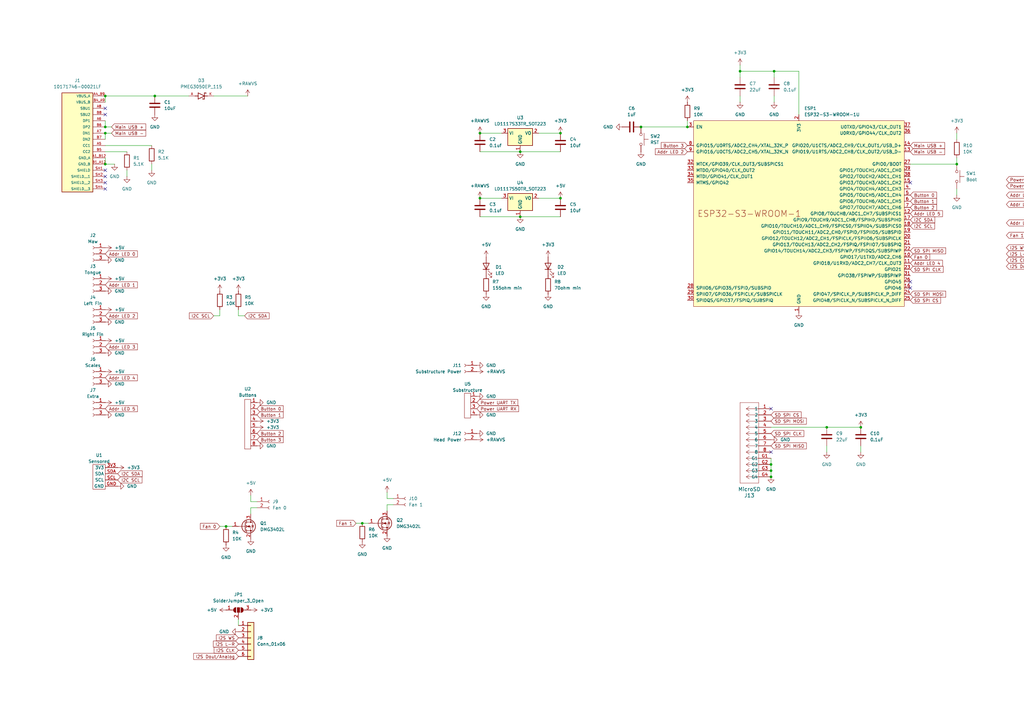
<source format=kicad_sch>
(kicad_sch (version 20250114) (generator "eeschema") (generator_version "9.0")
  (paper "A3")
  (junction (at 229.87 81.28))
  (junction (at 316.23 195.58))
  (junction (at 303.53 29.21))
  (junction (at 43.18 52.07))
  (junction (at 316.23 190.5))
  (junction (at 262.89 52.07))
  (junction (at 316.23 193.04))
  (junction (at 92.71 215.9))
  (junction (at 213.36 62.23))
  (junction (at 196.85 54.61))
  (junction (at 339.09 175.26))
  (junction (at 229.87 54.61))
  (junction (at 392.43 67.31))
  (junction (at 317.5 29.21))
  (junction (at 63.5 39.37))
  (junction (at 353.06 175.26))
  (junction (at 196.85 81.28))
  (junction (at 43.18 54.61))
  (junction (at 43.18 39.37))
  (junction (at 281.94 52.07))
  (junction (at 43.18 67.31))
  (junction (at 148.59 214.63))
  (junction (at 213.36 88.9))
  (no_connect (at 43.18 72.39))
  (no_connect (at 316.23 167.64))
  (no_connect (at 316.23 185.42))
  (no_connect (at 373.38 118.11))
  (no_connect (at 43.18 44.45))
  (no_connect (at 43.18 46.99))
  (no_connect (at 373.38 115.57))
  (no_connect (at 43.18 77.47))
  (no_connect (at 43.18 74.93))
  (no_connect (at 43.18 69.85))
  (no_connect (at 373.38 74.93))
  (wire (pts (xy 62.23 67.31) (xy 62.23 69.85)))
  (wire (pts (xy 97.79 127) (xy 97.79 129.54)))
  (wire (pts (xy 158.75 207.01) (xy 161.29 207.01)))
  (wire (pts (xy 317.5 39.37) (xy 317.5 41.91)))
  (wire (pts (xy 43.18 54.61) (xy 43.18 57.15)))
  (wire (pts (xy 52.07 69.85) (xy 52.07 72.39)))
  (wire (pts (xy 97.79 129.54) (xy 100.33 129.54)))
  (wire (pts (xy 43.18 59.69) (xy 62.23 59.69)))
  (wire (pts (xy 327.66 29.21) (xy 327.66 46.99)))
  (wire (pts (xy 220.98 54.61) (xy 229.87 54.61)))
  (wire (pts (xy 196.85 88.9) (xy 213.36 88.9)))
  (wire (pts (xy 281.94 49.53) (xy 281.94 52.07)))
  (wire (pts (xy 63.5 39.37) (xy 77.47 39.37)))
  (wire (pts (xy 158.75 209.55) (xy 158.75 207.01)))
  (wire (pts (xy 262.89 52.07) (xy 281.94 52.07)))
  (wire (pts (xy 220.98 81.28) (xy 229.87 81.28)))
  (wire (pts (xy 43.18 41.91) (xy 43.18 39.37)))
  (wire (pts (xy 303.53 29.21) (xy 317.5 29.21)))
  (wire (pts (xy 43.18 62.23) (xy 52.07 62.23)))
  (wire (pts (xy 316.23 190.5) (xy 316.23 193.04)))
  (wire (pts (xy 303.53 26.67) (xy 303.53 29.21)))
  (wire (pts (xy 373.38 67.31) (xy 392.43 67.31)))
  (wire (pts (xy 87.63 129.54) (xy 90.17 129.54)))
  (wire (pts (xy 339.09 182.88) (xy 339.09 185.42)))
  (wire (pts (xy 92.71 215.9) (xy 95.25 215.9)))
  (wire (pts (xy 102.87 205.74) (xy 105.41 205.74)))
  (wire (pts (xy 316.23 175.26) (xy 339.09 175.26)))
  (wire (pts (xy 102.87 210.82) (xy 102.87 208.28)))
  (wire (pts (xy 43.18 39.37) (xy 63.5 39.37)))
  (wire (pts (xy 45.72 54.61) (xy 43.18 54.61)))
  (wire (pts (xy 316.23 193.04) (xy 316.23 195.58)))
  (wire (pts (xy 90.17 215.9) (xy 92.71 215.9)))
  (wire (pts (xy 146.05 214.63) (xy 148.59 214.63)))
  (wire (pts (xy 46.99 67.31) (xy 43.18 67.31)))
  (wire (pts (xy 317.5 29.21) (xy 317.5 31.75)))
  (wire (pts (xy 196.85 62.23) (xy 213.36 62.23)))
  (wire (pts (xy 303.53 29.21) (xy 303.53 31.75)))
  (wire (pts (xy 353.06 182.88) (xy 353.06 185.42)))
  (wire (pts (xy 43.18 67.31) (xy 43.18 64.77)))
  (wire (pts (xy 90.17 129.54) (xy 90.17 127)))
  (wire (pts (xy 392.43 54.61) (xy 392.43 57.15)))
  (wire (pts (xy 102.87 208.28) (xy 105.41 208.28)))
  (wire (pts (xy 392.43 64.77) (xy 392.43 67.31)))
  (wire (pts (xy 213.36 62.23) (xy 229.87 62.23)))
  (wire (pts (xy 102.87 203.2) (xy 102.87 205.74)))
  (wire (pts (xy 158.75 204.47) (xy 161.29 204.47)))
  (wire (pts (xy 148.59 214.63) (xy 151.13 214.63)))
  (wire (pts (xy 339.09 175.26) (xy 353.06 175.26)))
  (wire (pts (xy 196.85 81.28) (xy 205.74 81.28)))
  (wire (pts (xy 316.23 187.96) (xy 316.23 190.5)))
  (wire (pts (xy 317.5 29.21) (xy 327.66 29.21)))
  (wire (pts (xy 97.79 254) (xy 97.79 256.54)))
  (wire (pts (xy 303.53 39.37) (xy 303.53 41.91)))
  (wire (pts (xy 45.72 52.07) (xy 43.18 52.07)))
  (wire (pts (xy 158.75 201.93) (xy 158.75 204.47)))
  (wire (pts (xy 213.36 88.9) (xy 229.87 88.9)))
  (wire (pts (xy 196.85 54.61) (xy 205.74 54.61)))
  (wire (pts (xy 43.18 49.53) (xy 43.18 52.07)))
  (wire (pts (xy 392.43 80.01) (xy 392.43 77.47)))
  (wire (pts (xy 101.6 39.37) (xy 87.63 39.37)))
  (global_label "Power UART RX" (shape input) (at 412.75 76.2 0) (property "Intersheetrefs" "${INTERSHEET_REFS}" (effects (hide yes))))
  (global_label "Button 1" (shape input) (at 105.41 170.18 0) (property "Intersheetrefs" "${INTERSHEET_REFS}" (effects (hide yes))))
  (global_label "I2S L-R" (shape input) (at 97.79 264.16 180) (property "Intersheetrefs" "${INTERSHEET_REFS}" (effects (hide yes))))
  (global_label "Addr LED 3" (shape input) (at 43.18 142.24 0) (property "Intersheetrefs" "${INTERSHEET_REFS}" (effects (hide yes))))
  (global_label "SD SPI CLK" (shape input) (at 373.38 110.49 0) (property "Intersheetrefs" "${INTERSHEET_REFS}" (effects (hide yes))))
  (global_label "I2C SDA" (shape input) (at 100.33 129.54 0) (property "Intersheetrefs" "${INTERSHEET_REFS}" (effects (hide yes))))
  (global_label "SD SPI MOSI" (shape input) (at 316.23 172.72 0) (property "Intersheetrefs" "${INTERSHEET_REFS}" (effects (hide yes))))
  (global_label "Button 0" (shape input) (at 373.38 80.01 0) (property "Intersheetrefs" "${INTERSHEET_REFS}" (effects (hide yes))))
  (global_label "Addr LED 0" (shape input) (at 412.75 80.01 0) (property "Intersheetrefs" "${INTERSHEET_REFS}" (effects (hide yes))))
  (global_label "SD SPI CLK" (shape input) (at 316.23 177.8 0) (property "Intersheetrefs" "${INTERSHEET_REFS}" (effects (hide yes))))
  (global_label "I2S L-R" (shape input) (at 412.75 104.14 0) (property "Intersheetrefs" "${INTERSHEET_REFS}" (effects (hide yes))))
  (global_label "Addr LED 5" (shape input) (at 43.18 167.64 0) (property "Intersheetrefs" "${INTERSHEET_REFS}" (effects (hide yes))))
  (global_label "I2S Dout{slash}Analog" (shape input) (at 412.75 109.22 0) (property "Intersheetrefs" "${INTERSHEET_REFS}" (effects (hide yes))))
  (global_label "Addr LED 3" (shape input) (at 412.75 91.44 0) (property "Intersheetrefs" "${INTERSHEET_REFS}" (effects (hide yes))))
  (global_label "SD SPI MISO" (shape input) (at 316.23 182.88 0) (property "Intersheetrefs" "${INTERSHEET_REFS}" (effects (hide yes))))
  (global_label "Button 0" (shape input) (at 105.41 167.64 0) (property "Intersheetrefs" "${INTERSHEET_REFS}" (effects (hide yes))))
  (global_label "Button 2" (shape input) (at 373.38 85.09 0) (property "Intersheetrefs" "${INTERSHEET_REFS}" (effects (hide yes))))
  (global_label "SD SPI CS" (shape input) (at 316.23 170.18 0) (property "Intersheetrefs" "${INTERSHEET_REFS}" (effects (hide yes))))
  (global_label "I2C SDA" (shape input) (at 48.26 194.31 0) (property "Intersheetrefs" "${INTERSHEET_REFS}" (effects (hide yes))))
  (global_label "Power UART TX" (shape input) (at 195.58 165.1 0) (property "Intersheetrefs" "${INTERSHEET_REFS}" (effects (hide yes))))
  (global_label "Addr LED 4" (shape input) (at 43.18 154.94 0) (property "Intersheetrefs" "${INTERSHEET_REFS}" (effects (hide yes))))
  (global_label "Button 3" (shape input) (at 105.41 180.34 0) (property "Intersheetrefs" "${INTERSHEET_REFS}" (effects (hide yes))))
  (global_label "I2C SCL" (shape input) (at 373.38 92.71 0) (property "Intersheetrefs" "${INTERSHEET_REFS}" (effects (hide yes))))
  (global_label "Addr LED 4" (shape input) (at 373.38 107.95 0) (property "Intersheetrefs" "${INTERSHEET_REFS}" (effects (hide yes))))
  (global_label "I2C SCL" (shape input) (at 87.63 129.54 180) (property "Intersheetrefs" "${INTERSHEET_REFS}" (effects (hide yes))))
  (global_label "Fan 0" (shape input) (at 90.17 215.9 180) (property "Intersheetrefs" "${INTERSHEET_REFS}" (effects (hide yes))))
  (global_label "I2S CLK" (shape input) (at 412.75 106.68 0) (property "Intersheetrefs" "${INTERSHEET_REFS}" (effects (hide yes))))
  (global_label "Main USB -" (shape input) (at 45.72 54.61 0) (property "Intersheetrefs" "${INTERSHEET_REFS}" (effects (hide yes))))
  (global_label "SD SPI MISO" (shape input) (at 373.38 102.87 0) (property "Intersheetrefs" "${INTERSHEET_REFS}" (effects (hide yes))))
  (global_label "Fan 1" (shape input) (at 146.05 214.63 180) (property "Intersheetrefs" "${INTERSHEET_REFS}" (effects (hide yes))))
  (global_label "Fan 1" (shape input) (at 412.75 96.52 0) (property "Intersheetrefs" "${INTERSHEET_REFS}" (effects (hide yes))))
  (global_label "I2S WS" (shape input) (at 412.75 101.6 0) (property "Intersheetrefs" "${INTERSHEET_REFS}" (effects (hide yes))))
  (global_label "Addr LED 2" (shape input) (at 281.94 62.23 180) (property "Intersheetrefs" "${INTERSHEET_REFS}" (effects (hide yes))))
  (global_label "Addr LED 2" (shape input) (at 43.18 129.54 0) (property "Intersheetrefs" "${INTERSHEET_REFS}" (effects (hide yes))))
  (global_label "Main USB -" (shape input) (at 373.38 62.23 0) (property "Intersheetrefs" "${INTERSHEET_REFS}" (effects (hide yes))))
  (global_label "SD SPI CS" (shape input) (at 373.38 123.19 0) (property "Intersheetrefs" "${INTERSHEET_REFS}" (effects (hide yes))))
  (global_label "Addr LED 1" (shape input) (at 43.18 116.84 0) (property "Intersheetrefs" "${INTERSHEET_REFS}" (effects (hide yes))))
  (global_label "Button 2" (shape input) (at 105.41 177.8 0) (property "Intersheetrefs" "${INTERSHEET_REFS}" (effects (hide yes))))
  (global_label "Main USB +" (shape input) (at 45.72 52.07 0) (property "Intersheetrefs" "${INTERSHEET_REFS}" (effects (hide yes))))
  (global_label "Addr LED 1" (shape input) (at 412.75 83.82 0) (property "Intersheetrefs" "${INTERSHEET_REFS}" (effects (hide yes))))
  (global_label "Fan 0" (shape input) (at 373.38 105.41 0) (property "Intersheetrefs" "${INTERSHEET_REFS}" (effects (hide yes))))
  (global_label "I2C SDA" (shape input) (at 373.38 90.17 0) (property "Intersheetrefs" "${INTERSHEET_REFS}" (effects (hide yes))))
  (global_label "I2S CLK" (shape input) (at 97.79 266.7 180) (property "Intersheetrefs" "${INTERSHEET_REFS}" (effects (hide yes))))
  (global_label "Power UART RX" (shape input) (at 195.58 167.64 0) (property "Intersheetrefs" "${INTERSHEET_REFS}" (effects (hide yes))))
  (global_label "I2S WS" (shape input) (at 97.79 261.62 180) (property "Intersheetrefs" "${INTERSHEET_REFS}" (effects (hide yes))))
  (global_label "Button 1" (shape input) (at 373.38 82.55 0) (property "Intersheetrefs" "${INTERSHEET_REFS}" (effects (hide yes))))
  (global_label "SD SPI MOSI" (shape input) (at 373.38 120.65 0) (property "Intersheetrefs" "${INTERSHEET_REFS}" (effects (hide yes))))
  (global_label "Addr LED 0" (shape input) (at 43.18 104.14 0) (property "Intersheetrefs" "${INTERSHEET_REFS}" (effects (hide yes))))
  (global_label "Power UART TX" (shape input) (at 412.75 73.66 0) (property "Intersheetrefs" "${INTERSHEET_REFS}" (effects (hide yes))))
  (global_label "Button 3" (shape input) (at 281.94 59.69 180) (property "Intersheetrefs" "${INTERSHEET_REFS}" (effects (hide yes))))
  (global_label "Addr LED 5" (shape input) (at 373.38 87.63 0) (property "Intersheetrefs" "${INTERSHEET_REFS}" (effects (hide yes))))
  (global_label "I2C SCL" (shape input) (at 48.26 196.85 0) (property "Intersheetrefs" "${INTERSHEET_REFS}" (effects (hide yes))))
  (global_label "Main USB +" (shape input) (at 373.38 59.69 0) (property "Intersheetrefs" "${INTERSHEET_REFS}" (effects (hide yes))))
  (global_label "I2S Dout{slash}Analog" (shape input) (at 97.79 269.24 180) (property "Intersheetrefs" "${INTERSHEET_REFS}" (effects (hide yes))))
  (symbol (lib_id "Connector:Conn_01x02_Socket") (at 190.5 149.86 0) (mirror y) (unit 1)
    (property "Reference" "J11" (at 189.23 149.8599 0) (effects (justify left)))
    (property "Value" "Substructure Power" (at 189.23 152.3999 0) (effects (justify left)))
    (property "Footprint" "Connector_AMASS:AMASS_XT30PW-M_1x02_P2.50mm_Horizontal" (effects (hide yes)))
    (property "Description" "Generic connector, single row, 01x02, script generated" (effects (hide yes)))
  )
  (symbol (lib_id "Device:C") (at 339.09 179.07 0) (unit 1)
    (property "Reference" "C9" (at 342.9 177.7999 0) (effects (justify left)))
    (property "Value" "22uF" (at 342.9 180.3399 0) (effects (justify left)))
    (property "Footprint" "Capacitor_SMD:C_0603_1608Metric_Pad1.08x0.95mm_HandSolder" (effects (hide yes)))
    (property "Description" "Unpolarized capacitor" (effects (hide yes)))
  )
  (symbol (lib_id "power:GND") (at 327.66 128.27 0) (unit 1)
    (property "Reference" "#PWR071" (effects (hide yes)))
    (property "Value" "GND" (at 327.66 133.35 0))
    (property "Description" "Power symbol creates a global label with name \"GND\" , ground" (effects (hide yes)))
  )
  (symbol (lib_id "power:+3V3") (at 353.06 175.26 0) (unit 1)
    (property "Reference" "#PWR073" (effects (hide yes)))
    (property "Value" "+3V3" (at 353.06 170.18 0))
    (property "Description" "Power symbol creates a global label with name \"+3V3\"" (effects (hide yes)))
  )
  (symbol (lib_id "Device:R") (at 224.79 116.84 0) (unit 1)
    (property "Reference" "R8" (at 227.33 115.5699 0) (effects (justify left)))
    (property "Value" "70ohm min" (at 227.33 118.1099 0) (effects (justify left)))
    (property "Footprint" "Capacitor_SMD:C_0603_1608Metric_Pad1.08x0.95mm_HandSolder" (effects (hide yes)))
    (property "Description" "Resistor" (effects (hide yes)))
  )
  (symbol (lib_id "power:+5V") (at 102.87 203.2 0) (unit 1)
    (property "Reference" "#PWR025" (effects (hide yes)))
    (property "Value" "+5V" (at 102.87 198.12 0))
    (property "Description" "Power symbol creates a global label with name \"+5V\"" (effects (hide yes)))
  )
  (symbol (lib_id "power:+5V") (at 229.87 81.28 0) (unit 1)
    (property "Reference" "#PWR062" (effects (hide yes)))
    (property "Value" "+5V" (at 229.87 76.2 0))
    (property "Description" "Power symbol creates a global label with name \"+5V\"" (effects (hide yes)))
  )
  (symbol (lib_id "power:GND") (at 195.58 162.56 90) (unit 1)
    (property "Reference" "#PWR037" (effects (hide yes)))
    (property "Value" "GND" (at 199.39 162.5599 90) (effects (justify right)))
    (property "Description" "Power symbol creates a global label with name \"GND\" , ground" (effects (hide yes)))
  )
  (symbol (lib_id "power:GND") (at 63.5 46.99 0) (unit 1)
    (property "Reference" "#PWR019" (effects (hide yes)))
    (property "Value" "GND" (at 63.5 52.07 0))
    (property "Description" "Power symbol creates a global label with name \"GND\" , ground" (effects (hide yes)))
  )
  (symbol (lib_id "USBC_10171746_00021LF:10171746-00021LF") (at 31.75 50.8 0) (unit 1)
    (property "Reference" "J1" (at 31.75 33.02 0))
    (property "Value" "10171746-00021LF" (at 31.75 35.56 0))
    (property "Footprint" "USBC:AMPHENOL_10171746-00021LF" (effects (hide yes)))
    (property "PARTREV" "A" (effects (hide yes)))
    (property "STANDARD" "Manufacturer Recommendations" (effects (hide yes)))
    (property "MAXIMUM_PACKAGE_HEIGHT" "3.16 mm" (effects (hide yes)))
    (property "MANUFACTURER" "Amphenol" (effects (hide yes)))
  )
  (symbol (lib_id "Connector:Conn_01x03_Socket") (at 38.1 129.54 0) (mirror y) (unit 1)
    (property "Reference" "J4" (at 38.1 121.92 0))
    (property "Value" "Left Fin" (at 38.1 124.46 0))
    (property "Footprint" "Connector_JST:JST_GH_SM03B-GHS-TB_1x03-1MP_P1.25mm_Horizontal" (effects (hide yes)))
    (property "Description" "Generic connector, single row, 01x03, script generated" (effects (hide yes)))
  )
  (symbol (lib_id "power:GND") (at 316.23 180.34 90) (unit 1)
    (property "Reference" "#PWR068" (effects (hide yes)))
    (property "Value" "GND" (at 320.04 180.3399 90) (effects (justify right)))
    (property "Description" "Power symbol creates a global label with name \"GND\" , ground" (effects (hide yes)))
  )
  (symbol (lib_id "Device:C") (at 196.85 58.42 0) (unit 1)
    (property "Reference" "C2" (at 200.66 57.1499 0) (effects (justify left)))
    (property "Value" "0.1uf" (at 200.66 59.6899 0) (effects (justify left)))
    (property "Footprint" "Capacitor_SMD:C_0603_1608Metric_Pad1.08x0.95mm_HandSolder" (effects (hide yes)))
    (property "Description" "Unpolarized capacitor" (effects (hide yes)))
  )
  (symbol (lib_id "Regulator_Linear:LD1117S50TR_SOT223") (at 213.36 81.28 0) (unit 1)
    (property "Reference" "U4" (at 213.36 74.93 0))
    (property "Value" "LD1117S50TR_SOT223" (at 213.36 77.47 0))
    (property "Footprint" "Package_TO_SOT_SMD:SOT-223-3_TabPin2" (effects (hide yes)))
    (property "Datasheet" "http://www.st.com/st-web-ui/static/active/en/resource/technical/document/datasheet/CD00000544.pdf" (effects (hide yes)))
    (property "Description" "800mA Fixed Low Drop Positive Voltage Regulator, Fixed Output 5.0V, SOT-223" (effects (hide yes)))
  )
  (symbol (lib_id "power:GND") (at 48.26 199.39 90) (unit 1)
    (property "Reference" "#PWR015" (effects (hide yes)))
    (property "Value" "GND" (at 52.07 199.3899 90) (effects (justify right)))
    (property "Description" "Power symbol creates a global label with name \"GND\" , ground" (effects (hide yes)))
  )
  (symbol (lib_id "power:+5V") (at 43.18 152.4 270) (unit 1)
    (property "Reference" "#PWR09" (effects (hide yes)))
    (property "Value" "+5V" (at 46.99 152.3999 90) (effects (justify left)))
    (property "Description" "Power symbol creates a global label with name \"+5V\"" (effects (hide yes)))
  )
  (symbol (lib_id "Device:C") (at 63.5 43.18 0) (unit 1)
    (property "Reference" "C1" (at 67.31 41.9099 0) (effects (justify left)))
    (property "Value" "10uF" (at 67.31 44.4499 0) (effects (justify left)))
    (property "Footprint" "Capacitor_SMD:C_0603_1608Metric" (effects (hide yes)))
    (property "Description" "Unpolarized capacitor" (effects (hide yes)))
  )
  (symbol (lib_id "Switch:SW_Push") (at 392.43 72.39 270) (unit 1)
    (property "Reference" "SW1" (at 396.24 71.1199 90) (effects (justify left)))
    (property "Value" "Boot" (at 396.24 73.6599 90) (effects (justify left)))
    (property "Footprint" "Buttons:R-667843" (effects (hide yes)))
    (property "Description" "Push button switch, generic, two pins" (effects (hide yes)))
  )
  (symbol (lib_id "power:+3V3") (at 392.43 54.61 0) (unit 1)
    (property "Reference" "#PWR075" (effects (hide yes)))
    (property "Value" "+3V3" (at 392.43 49.53 0))
    (property "Description" "Power symbol creates a global label with name \"+3V3\"" (effects (hide yes)))
  )
  (symbol (lib_id "power:+5VP") (at 196.85 81.28 0) (unit 1)
    (property "Reference" "#PWR043" (effects (hide yes)))
    (property "Value" "+RAWVS" (at 196.85 76.2 0))
    (property "Description" "Power symbol creates a global label with name \"+5VP\"" (effects (hide yes)))
  )
  (symbol (lib_id "Device:R") (at 281.94 45.72 0) (unit 1)
    (property "Reference" "R9" (at 284.48 44.4499 0) (effects (justify left)))
    (property "Value" "10K" (at 284.48 46.9899 0) (effects (justify left)))
    (property "Footprint" "Resistor_SMD:R_0603_1608Metric" (effects (hide yes)))
    (property "Description" "Resistor" (effects (hide yes)))
  )
  (symbol (lib_id "power:+5V") (at 199.39 105.41 0) (unit 1)
    (property "Reference" "#PWR047" (effects (hide yes)))
    (property "Value" "+5V" (at 199.39 100.33 0))
    (property "Description" "Power symbol creates a global label with name \"+5V\"" (effects (hide yes)))
  )
  (symbol (lib_id "power:GND") (at 43.18 144.78 90) (unit 1)
    (property "Reference" "#PWR08" (effects (hide yes)))
    (property "Value" "GND" (at 46.99 144.7799 90) (effects (justify right)))
    (property "Description" "Power symbol creates a global label with name \"GND\" , ground" (effects (hide yes)))
  )
  (symbol (lib_id "Connector:Conn_01x03_Socket") (at 38.1 104.14 0) (mirror y) (unit 1)
    (property "Reference" "J2" (at 38.1 96.52 0))
    (property "Value" "Maw" (at 38.1 99.06 0))
    (property "Footprint" "Connector_JST:JST_GH_SM03B-GHS-TB_1x03-1MP_P1.25mm_Horizontal" (effects (hide yes)))
    (property "Description" "Generic connector, single row, 01x03, script generated" (effects (hide yes)))
  )
  (symbol (lib_id "Device:R") (at 62.23 63.5 0) (unit 1)
    (property "Reference" "R2" (at 64.77 62.2299 0) (effects (justify left)))
    (property "Value" "5.1K" (at 64.77 64.7699 0) (effects (justify left)))
    (property "Footprint" "Resistor_SMD:R_0603_1608Metric" (effects (hide yes)))
    (property "Description" "Resistor" (effects (hide yes)))
  )
  (symbol (lib_id "power:+5V") (at 43.18 139.7 270) (unit 1)
    (property "Reference" "#PWR07" (effects (hide yes)))
    (property "Value" "+5V" (at 46.99 139.6999 90) (effects (justify left)))
    (property "Description" "Power symbol creates a global label with name \"+5V\"" (effects (hide yes)))
  )
  (symbol (lib_id "PCM_Espressif:ESP32-S3-WROOM-1") (at 327.66 87.63 0) (unit 1)
    (property "Reference" "ESP1" (at 329.8541 44.45 0) (effects (justify left)))
    (property "Value" "ESP32-S3-WROOM-1U" (at 329.8541 46.99 0) (effects (justify left)))
    (property "Footprint" "RF_Module:ESP32-S3-WROOM-1U" (effects (hide yes)))
    (property "Datasheet" "https://www.espressif.com/sites/default/files/documentation/esp32-s3-wroom-1_wroom-1u_datasheet_en.pdf" (effects (hide yes)))
    (property "Description" "2.4 GHz WiFi (802.11 b/g/n) and Bluetooth ® 5 (LE) module Built around ESP32S3 series of SoCs, Xtensa ® dualcore 32bit LX7 microprocessor Flash up to 16 MB, PSRAM up to 8 MB 36 GPIOs, rich set of peripherals Onboard PCB antenna" (effects (hide yes)))
  )
  (symbol (lib_id "power:+3V3") (at 102.87 250.19 270) (unit 1)
    (property "Reference" "#PWR027" (effects (hide yes)))
    (property "Value" "+3V3" (at 106.68 250.1899 90) (effects (justify left)))
    (property "Description" "Power symbol creates a global label with name \"+3V3\"" (effects (hide yes)))
  )
  (symbol (lib_id "power:GND") (at 392.43 80.01 0) (unit 1)
    (property "Reference" "#PWR076" (effects (hide yes)))
    (property "Value" "GND" (at 392.43 85.09 0))
    (property "Description" "Power symbol creates a global label with name \"GND\" , ground" (effects (hide yes)))
  )
  (symbol (lib_id "MicroSD_473092651:473092651") (at 316.23 167.64 0) (mirror y) (unit 1)
    (property "Reference" "J13" (at 307.34 203.2 0) (effects (font (size 1.524 1.524))))
    (property "Value" "MicroSD" (at 307.34 200.66 0) (effects (font (size 1.524 1.524))))
    (property "Footprint" "Micro SD:MicroSD_473092651" (effects (hide yes)))
    (property "Datasheet" "473092651" (effects (hide yes)))
  )
  (symbol (lib_id "power:GND") (at 224.79 120.65 0) (unit 1)
    (property "Reference" "#PWR060" (effects (hide yes)))
    (property "Value" "GND" (at 224.79 125.73 0))
    (property "Description" "Power symbol creates a global label with name \"GND\" , ground" (effects (hide yes)))
  )
  (symbol (lib_id "Connector:Conn_01x03_Socket") (at 38.1 142.24 0) (mirror y) (unit 1)
    (property "Reference" "J5" (at 38.1 134.62 0))
    (property "Value" "Right Fin" (at 38.1 137.16 0))
    (property "Footprint" "Connector_JST:JST_GH_SM03B-GHS-TB_1x03-1MP_P1.25mm_Horizontal" (effects (hide yes)))
    (property "Description" "Generic connector, single row, 01x03, script generated" (effects (hide yes)))
  )
  (symbol (lib_id "power:GND") (at 102.87 220.98 0) (unit 1)
    (property "Reference" "#PWR026" (effects (hide yes)))
    (property "Value" "GND" (at 102.87 226.06 0))
    (property "Description" "Power symbol creates a global label with name \"GND\" , ground" (effects (hide yes)))
  )
  (symbol (lib_id "Device:LED") (at 199.39 109.22 90) (unit 1)
    (property "Reference" "D1" (at 203.2 109.5374 90) (effects (justify right)))
    (property "Value" "LED" (at 203.2 112.0774 90) (effects (justify right)))
    (property "Footprint" "Diode_SMD:D_0603_1608Metric_Pad1.05x0.95mm_HandSolder" (effects (hide yes)))
    (property "Description" "Light emitting diode" (effects (hide yes)))
  )
  (symbol (lib_id "power:GND") (at 43.18 132.08 90) (unit 1)
    (property "Reference" "#PWR06" (effects (hide yes)))
    (property "Value" "GND" (at 46.99 132.0799 90) (effects (justify right)))
    (property "Description" "Power symbol creates a global label with name \"GND\" , ground" (effects (hide yes)))
  )
  (symbol (lib_id "power:GND") (at 195.58 170.18 90) (unit 1)
    (property "Reference" "#PWR055" (effects (hide yes)))
    (property "Value" "GND" (at 199.39 170.1799 90) (effects (justify right)))
    (property "Description" "Power symbol creates a global label with name \"GND\" , ground" (effects (hide yes)))
  )
  (symbol (lib_id "power:GND") (at 62.23 69.85 0) (unit 1)
    (property "Reference" "#PWR017" (effects (hide yes)))
    (property "Value" "GND" (at 62.23 74.93 0))
    (property "Description" "Power symbol creates a global label with name \"GND\" , ground" (effects (hide yes)))
  )
  (symbol (lib_id "power:GND") (at 262.89 62.23 0) (unit 1)
    (property "Reference" "#PWR064" (effects (hide yes)))
    (property "Value" "GND" (at 262.89 67.31 0))
    (property "Description" "Power symbol creates a global label with name \"GND\" , ground" (effects (hide yes)))
  )
  (symbol (lib_id "Device:R") (at 97.79 123.19 0) (unit 1)
    (property "Reference" "R5" (at 100.33 121.9199 0) (effects (justify left)))
    (property "Value" "10K" (at 100.33 124.4599 0) (effects (justify left)))
    (property "Footprint" "Resistor_SMD:R_0603_1608Metric_Pad0.98x0.95mm_HandSolder" (effects (hide yes)))
    (property "Description" "Resistor" (effects (hide yes)))
  )
  (symbol (lib_id "Device:C") (at 196.85 85.09 0) (unit 1)
    (property "Reference" "C3" (at 200.66 83.8199 0) (effects (justify left)))
    (property "Value" "0.1uf" (at 200.66 86.3599 0) (effects (justify left)))
    (property "Footprint" "Capacitor_SMD:C_0603_1608Metric_Pad1.08x0.95mm_HandSolder" (effects (hide yes)))
    (property "Description" "Unpolarized capacitor" (effects (hide yes)))
  )
  (symbol (lib_id "power:+3V3") (at 105.41 172.72 270) (unit 1)
    (property "Reference" "#PWR029" (effects (hide yes)))
    (property "Value" "+3V3" (at 109.22 172.7199 90) (effects (justify left)))
    (property "Description" "Power symbol creates a global label with name \"+3V3\"" (effects (hide yes)))
  )
  (symbol (lib_id "Device:C") (at 303.53 35.56 0) (unit 1)
    (property "Reference" "C7" (at 307.34 34.2899 0) (effects (justify left)))
    (property "Value" "22uF" (at 307.34 36.8299 0) (effects (justify left)))
    (property "Footprint" "Capacitor_SMD:C_0603_1608Metric_Pad1.08x0.95mm_HandSolder" (effects (hide yes)))
    (property "Description" "Unpolarized capacitor" (effects (hide yes)))
  )
  (symbol (lib_id "power:GND") (at 148.59 222.25 0) (unit 1)
    (property "Reference" "#PWR032" (effects (hide yes)))
    (property "Value" "GND" (at 148.59 227.33 0))
    (property "Description" "Power symbol creates a global label with name \"GND\" , ground" (effects (hide yes)))
  )
  (symbol (lib_id "FFC:FFC-8") (at 101.6 173.99 0) (unit 1)
    (property "Reference" "U2" (at 101.6 159.512 0))
    (property "Value" "Buttons" (at 101.6 162.052 0))
    (property "Footprint" "FCC:FFC 0.8mm 8P" (effects (hide yes)))
  )
  (symbol (lib_id "power:+3V3") (at 224.79 105.41 0) (unit 1)
    (property "Reference" "#PWR059" (effects (hide yes)))
    (property "Value" "+3V3" (at 224.79 100.33 0))
    (property "Description" "Power symbol creates a global label with name \"+3V3\"" (effects (hide yes)))
  )
  (symbol (lib_id "Device:R") (at 92.71 219.71 0) (unit 1)
    (property "Reference" "R4" (at 95.25 218.4399 0) (effects (justify left)))
    (property "Value" "10K" (at 95.25 220.9799 0) (effects (justify left)))
    (property "Footprint" "Resistor_SMD:R_0603_1608Metric_Pad0.98x0.95mm_HandSolder" (effects (hide yes)))
    (property "Description" "Resistor" (effects (hide yes)))
    (property "LCSC" "C98220" (effects (hide yes)))
  )
  (symbol (lib_id "power:+5V") (at 43.18 101.6 270) (unit 1)
    (property "Reference" "#PWR01" (effects (hide yes)))
    (property "Value" "+5V" (at 46.99 101.5999 90) (effects (justify left)))
    (property "Description" "Power symbol creates a global label with name \"+5V\"" (effects (hide yes)))
  )
  (symbol (lib_id "Jumper:SolderJumper_3_Open") (at 97.79 250.19 0) (unit 1) (in_bom no)
    (property "Reference" "JP1" (at 97.79 243.84 0))
    (property "Value" "SolderJumper_3_Open" (at 97.79 246.38 0))
    (property "Footprint" "Jumper:SolderJumper-3_P1.3mm_Open_RoundedPad1.0x1.5mm" (effects (hide yes)))
    (property "Description" "Solder Jumper, 3-pole, open" (effects (hide yes)))
  )
  (symbol (lib_id "Transistor_FET:DMG3402L") (at 100.33 215.9 0) (unit 1)
    (property "Reference" "Q1" (at 106.68 214.6299 0) (effects (justify left)))
    (property "Value" "DMG3402L" (at 106.68 217.1699 0) (effects (justify left)))
    (property "Footprint" "Package_TO_SOT_SMD:SOT-23" (effects (hide yes)))
    (property "Datasheet" "http://www.diodes.com/assets/Datasheets/DMG3402L.pdf" (effects (hide yes)))
    (property "Description" "4A Id, 30V Vds, N-Channel MOSFET, SOT-23" (effects (hide yes)))
    (property "LCSC" "C96614" (effects (hide yes)))
  )
  (symbol (lib_id "Device:C") (at 317.5 35.56 0) (unit 1)
    (property "Reference" "C8" (at 321.31 34.2899 0) (effects (justify left)))
    (property "Value" "0.1uF" (at 321.31 36.8299 0) (effects (justify left)))
    (property "Footprint" "Capacitor_SMD:C_0603_1608Metric_Pad1.08x0.95mm_HandSolder" (effects (hide yes)))
    (property "Description" "Unpolarized capacitor" (effects (hide yes)))
  )
  (symbol (lib_id "Device:R") (at 52.07 66.04 0) (unit 1)
    (property "Reference" "R1" (at 54.61 64.7699 0) (effects (justify left)))
    (property "Value" "5.1K" (at 54.61 67.3099 0) (effects (justify left)))
    (property "Footprint" "Resistor_SMD:R_0603_1608Metric" (effects (hide yes)))
    (property "Description" "Resistor" (effects (hide yes)))
  )
  (symbol (lib_id "Custom Modules:Sensored") (at 43.18 195.58 0) (unit 1)
    (property "Reference" "U1" (at 40.64 186.69 0))
    (property "Value" "Sensored" (at 40.64 189.23 0))
    (property "Footprint" "Custom Modules:Sensored" (effects (hide yes)))
  )
  (symbol (lib_id "power:GND") (at 43.18 157.48 90) (unit 1)
    (property "Reference" "#PWR010" (effects (hide yes)))
    (property "Value" "GND" (at 46.99 157.4799 90) (effects (justify right)))
    (property "Description" "Power symbol creates a global label with name \"GND\" , ground" (effects (hide yes)))
  )
  (symbol (lib_id "power:+3V3") (at 90.17 119.38 0) (unit 1)
    (property "Reference" "#PWR020" (effects (hide yes)))
    (property "Value" "+3V3" (at 90.17 114.3 0))
    (property "Description" "Power symbol creates a global label with name \"+3V3\"" (effects (hide yes)))
  )
  (symbol (lib_id "FFC:FFC-4") (at 191.77 166.37 0) (unit 1)
    (property "Reference" "U5" (at 191.77 157.48 0))
    (property "Value" "Substructure" (at 191.77 160.02 0))
    (property "Footprint" "FCC:FFC-4-0.5" (effects (hide yes)))
  )
  (symbol (lib_id "Device:C") (at 259.08 52.07 90) (unit 1)
    (property "Reference" "C6" (at 259.08 44.45 90))
    (property "Value" "1uF" (at 259.08 46.99 90))
    (property "Footprint" "Capacitor_SMD:C_0603_1608Metric_Pad1.08x0.95mm_HandSolder" (effects (hide yes)))
    (property "Description" "Unpolarized capacitor" (effects (hide yes)))
  )
  (symbol (lib_id "Device:R") (at 199.39 116.84 0) (unit 1)
    (property "Reference" "R7" (at 201.93 115.5699 0) (effects (justify left)))
    (property "Value" "155ohm min" (at 201.93 118.1099 0) (effects (justify left)))
    (property "Footprint" "Capacitor_SMD:C_0603_1608Metric_Pad1.08x0.95mm_HandSolder" (effects (hide yes)))
    (property "Description" "Resistor" (effects (hide yes)))
  )
  (symbol (lib_id "Device:R") (at 90.17 123.19 0) (unit 1)
    (property "Reference" "R3" (at 92.71 121.9199 0) (effects (justify left)))
    (property "Value" "10K" (at 92.71 124.4599 0) (effects (justify left)))
    (property "Footprint" "Resistor_SMD:R_0603_1608Metric_Pad0.98x0.95mm_HandSolder" (effects (hide yes)))
    (property "Description" "Resistor" (effects (hide yes)))
  )
  (symbol (lib_id "power:+3V3") (at 229.87 54.61 0) (unit 1)
    (property "Reference" "#PWR061" (effects (hide yes)))
    (property "Value" "+3V3" (at 229.87 49.53 0))
    (property "Description" "Power symbol creates a global label with name \"+3V3\"" (effects (hide yes)))
  )
  (symbol (lib_id "power:+5V") (at 43.18 127 270) (unit 1)
    (property "Reference" "#PWR05" (effects (hide yes)))
    (property "Value" "+5V" (at 46.99 126.9999 90) (effects (justify left)))
    (property "Description" "Power symbol creates a global label with name \"+5V\"" (effects (hide yes)))
  )
  (symbol (lib_id "power:+3V3") (at 97.79 119.38 0) (unit 1)
    (property "Reference" "#PWR023" (effects (hide yes)))
    (property "Value" "+3V3" (at 97.79 114.3 0))
    (property "Description" "Power symbol creates a global label with name \"+3V3\"" (effects (hide yes)))
  )
  (symbol (lib_id "power:GND") (at 317.5 41.91 0) (unit 1)
    (property "Reference" "#PWR070" (effects (hide yes)))
    (property "Value" "GND" (at 317.5 46.99 0))
    (property "Description" "Power symbol creates a global label with name \"GND\" , ground" (effects (hide yes)))
  )
  (symbol (lib_id "Connector:Conn_01x03_Socket") (at 38.1 167.64 0) (mirror y) (unit 1)
    (property "Reference" "J7" (at 38.1 160.02 0))
    (property "Value" "Extra" (at 38.1 162.56 0))
    (property "Footprint" "Connector_JST:JST_GH_SM03B-GHS-TB_1x03-1MP_P1.25mm_Horizontal" (effects (hide yes)))
    (property "Description" "Generic connector, single row, 01x03, script generated" (effects (hide yes)))
  )
  (symbol (lib_id "power:GND") (at 158.75 219.71 0) (unit 1)
    (property "Reference" "#PWR034" (effects (hide yes)))
    (property "Value" "GND" (at 158.75 224.79 0))
    (property "Description" "Power symbol creates a global label with name \"GND\" , ground" (effects (hide yes)))
  )
  (symbol (lib_id "Device:C") (at 229.87 58.42 0) (unit 1)
    (property "Reference" "C4" (at 233.68 57.1499 0) (effects (justify left)))
    (property "Value" "10uf" (at 233.68 59.6899 0) (effects (justify left)))
    (property "Footprint" "Capacitor_SMD:C_0603_1608Metric_Pad1.08x0.95mm_HandSolder" (effects (hide yes)))
    (property "Description" "Unpolarized capacitor" (effects (hide yes)))
  )
  (symbol (lib_id "power:GND") (at 52.07 72.39 0) (unit 1)
    (property "Reference" "#PWR016" (effects (hide yes)))
    (property "Value" "GND" (at 52.07 77.47 0))
    (property "Description" "Power symbol creates a global label with name \"GND\" , ground" (effects (hide yes)))
  )
  (symbol (lib_id "power:+5VP") (at 196.85 54.61 0) (unit 1)
    (property "Reference" "#PWR018" (effects (hide yes)))
    (property "Value" "+RAWVS" (at 196.85 49.53 0))
    (property "Description" "Power symbol creates a global label with name \"+5VP\"" (effects (hide yes)))
  )
  (symbol (lib_id "power:GND") (at 43.18 119.38 90) (unit 1)
    (property "Reference" "#PWR04" (effects (hide yes)))
    (property "Value" "GND" (at 46.99 119.3799 90) (effects (justify right)))
    (property "Description" "Power symbol creates a global label with name \"GND\" , ground" (effects (hide yes)))
  )
  (symbol (lib_id "power:GND") (at 213.36 62.23 0) (unit 1)
    (property "Reference" "#PWR057" (effects (hide yes)))
    (property "Value" "GND" (at 213.36 67.31 0))
    (property "Description" "Power symbol creates a global label with name \"GND\" , ground" (effects (hide yes)))
  )
  (symbol (lib_id "power:GND") (at 316.23 195.58 0) (unit 1)
    (property "Reference" "#PWR069" (effects (hide yes)))
    (property "Value" "GND" (at 316.23 200.66 0))
    (property "Description" "Power symbol creates a global label with name \"GND\" , ground" (effects (hide yes)))
  )
  (symbol (lib_id "power:+5V") (at 92.71 250.19 90) (unit 1)
    (property "Reference" "#PWR022" (effects (hide yes)))
    (property "Value" "+5V" (at 88.9 250.1899 90) (effects (justify left)))
    (property "Description" "Power symbol creates a global label with name \"+5V\"" (effects (hide yes)))
  )
  (symbol (lib_id "Connector:Conn_01x03_Socket") (at 38.1 154.94 0) (mirror y) (unit 1)
    (property "Reference" "J6" (at 38.1 147.32 0))
    (property "Value" "Scales" (at 38.1 149.86 0))
    (property "Footprint" "Connector_JST:JST_GH_SM03B-GHS-TB_1x03-1MP_P1.25mm_Horizontal" (effects (hide yes)))
    (property "Description" "Generic connector, single row, 01x03, script generated" (effects (hide yes)))
  )
  (symbol (lib_id "Switch:SW_Push") (at 262.89 57.15 270) (unit 1)
    (property "Reference" "SW2" (at 266.7 55.8799 90) (effects (justify left)))
    (property "Value" "RST" (at 266.7 58.4199 90) (effects (justify left)))
    (property "Footprint" "Buttons:R-667843" (effects (hide yes)))
    (property "Description" "Push button switch, generic, two pins" (effects (hide yes)))
  )
  (symbol (lib_id "power:+3V3") (at 105.41 175.26 270) (unit 1)
    (property "Reference" "#PWR030" (effects (hide yes)))
    (property "Value" "+3V3" (at 109.22 175.2599 90) (effects (justify left)))
    (property "Description" "Power symbol creates a global label with name \"+3V3\"" (effects (hide yes)))
  )
  (symbol (lib_id "Connector:Conn_01x02_Socket") (at 166.37 204.47 0) (unit 1)
    (property "Reference" "J10" (at 167.64 204.4699 0) (effects (justify left)))
    (property "Value" "Fan 1" (at 167.64 207.0099 0) (effects (justify left)))
    (property "Footprint" "Connector_JST:JST_GH_SM02B-GHS-TB_1x02-1MP_P1.25mm_Horizontal" (effects (hide yes)))
    (property "Description" "Generic connector, single row, 01x02, script generated" (effects (hide yes)))
  )
  (symbol (lib_id "power:GND") (at 353.06 185.42 0) (unit 1)
    (property "Reference" "#PWR074" (effects (hide yes)))
    (property "Value" "GND" (at 353.06 190.5 0))
    (property "Description" "Power symbol creates a global label with name \"GND\" , ground" (effects (hide yes)))
  )
  (symbol (lib_id "Device:LED") (at 224.79 109.22 90) (unit 1)
    (property "Reference" "D2" (at 228.6 109.5374 90) (effects (justify right)))
    (property "Value" "LED" (at 228.6 112.0774 90) (effects (justify right)))
    (property "Footprint" "Diode_SMD:D_0603_1608Metric_Pad1.05x0.95mm_HandSolder" (effects (hide yes)))
    (property "Description" "Light emitting diode" (effects (hide yes)))
  )
  (symbol (lib_id "power:+5VP") (at 195.58 180.34 270) (unit 1)
    (property "Reference" "#PWR046" (effects (hide yes)))
    (property "Value" "+RAWVS" (at 199.39 180.3399 90) (effects (justify left)))
    (property "Description" "Power symbol creates a global label with name \"+5VP\"" (effects (hide yes)))
  )
  (symbol (lib_id "power:GND") (at 105.41 165.1 90) (unit 1)
    (property "Reference" "#PWR028" (effects (hide yes)))
    (property "Value" "GND" (at 109.22 165.0999 90) (effects (justify right)))
    (property "Description" "Power symbol creates a global label with name \"GND\" , ground" (effects (hide yes)))
  )
  (symbol (lib_id "power:GND") (at 43.18 106.68 90) (unit 1)
    (property "Reference" "#PWR02" (effects (hide yes)))
    (property "Value" "GND" (at 46.99 106.6799 90) (effects (justify right)))
    (property "Description" "Power symbol creates a global label with name \"GND\" , ground" (effects (hide yes)))
  )
  (symbol (lib_id "Device:C") (at 353.06 179.07 0) (unit 1)
    (property "Reference" "C10" (at 356.87 177.7999 0) (effects (justify left)))
    (property "Value" "0.1uF" (at 356.87 180.3399 0) (effects (justify left)))
    (property "Footprint" "Capacitor_SMD:C_0603_1608Metric_Pad1.08x0.95mm_HandSolder" (effects (hide yes)))
    (property "Description" "Unpolarized capacitor" (effects (hide yes)))
  )
  (symbol (lib_id "power:GND") (at 105.41 182.88 90) (unit 1)
    (property "Reference" "#PWR031" (effects (hide yes)))
    (property "Value" "GND" (at 109.22 182.8799 90) (effects (justify right)))
    (property "Description" "Power symbol creates a global label with name \"GND\" , ground" (effects (hide yes)))
  )
  (symbol (lib_id "power:GND") (at 46.99 67.31 0) (unit 1)
    (property "Reference" "#PWR013" (effects (hide yes)))
    (property "Value" "GND" (at 46.99 72.39 0))
    (property "Description" "Power symbol creates a global label with name \"GND\" , ground" (effects (hide yes)))
  )
  (symbol (lib_id "power:+5VP") (at 101.6 39.37 0) (unit 1)
    (property "Reference" "#PWR077" (effects (hide yes)))
    (property "Value" "+RAWVS" (at 101.6 34.29 0))
    (property "Description" "Power symbol creates a global label with name \"+5VP\"" (effects (hide yes)))
  )
  (symbol (lib_id "Regulator_Linear:LD1117S33TR_SOT223") (at 213.36 54.61 0) (unit 1)
    (property "Reference" "U3" (at 213.36 48.26 0))
    (property "Value" "LD1117S33TR_SOT223" (at 213.36 50.8 0))
    (property "Footprint" "Package_TO_SOT_SMD:SOT-223-3_TabPin2" (effects (hide yes)))
    (property "Datasheet" "http://www.st.com/st-web-ui/static/active/en/resource/technical/document/datasheet/CD00000544.pdf" (effects (hide yes)))
    (property "Description" "800mA Fixed Low Drop Positive Voltage Regulator, Fixed Output 3.3V, SOT-223" (effects (hide yes)))
  )
  (symbol (lib_id "Connector:Conn_01x02_Socket") (at 110.49 205.74 0) (unit 1)
    (property "Reference" "J9" (at 111.76 205.7399 0) (effects (justify left)))
    (property "Value" "Fan 0" (at 111.76 208.2799 0) (effects (justify left)))
    (property "Footprint" "Connector_JST:JST_GH_SM02B-GHS-TB_1x02-1MP_P1.25mm_Horizontal" (effects (hide yes)))
    (property "Description" "Generic connector, single row, 01x02, script generated" (effects (hide yes)))
  )
  (symbol (lib_id "power:GND") (at 339.09 185.42 0) (unit 1)
    (property "Reference" "#PWR072" (effects (hide yes)))
    (property "Value" "GND" (at 339.09 190.5 0))
    (property "Description" "Power symbol creates a global label with name \"GND\" , ground" (effects (hide yes)))
  )
  (symbol (lib_id "Connector:Conn_01x02_Socket") (at 190.5 177.8 0) (mirror y) (unit 1)
    (property "Reference" "J12" (at 189.23 177.7999 0) (effects (justify left)))
    (property "Value" "Head Power" (at 189.23 180.3399 0) (effects (justify left)))
    (property "Footprint" "Connector_AMASS:AMASS_XT30PW-M_1x02_P2.50mm_Horizontal" (effects (hide yes)))
    (property "Description" "Generic connector, single row, 01x02, script generated" (effects (hide yes)))
  )
  (symbol (lib_id "power:+3V3") (at 48.26 191.77 270) (unit 1)
    (property "Reference" "#PWR014" (effects (hide yes)))
    (property "Value" "+3V3" (at 52.07 191.7699 90) (effects (justify left)))
    (property "Description" "Power symbol creates a global label with name \"+3V3\"" (effects (hide yes)))
  )
  (symbol (lib_id "power:+5V") (at 43.18 165.1 270) (unit 1)
    (property "Reference" "#PWR011" (effects (hide yes)))
    (property "Value" "+5V" (at 46.99 165.0999 90) (effects (justify left)))
    (property "Description" "Power symbol creates a global label with name \"+5V\"" (effects (hide yes)))
  )
  (symbol (lib_id "Device:C") (at 229.87 85.09 0) (unit 1)
    (property "Reference" "C5" (at 233.68 83.8199 0) (effects (justify left)))
    (property "Value" "10uf" (at 233.68 86.3599 0) (effects (justify left)))
    (property "Footprint" "Capacitor_SMD:C_0603_1608Metric_Pad1.08x0.95mm_HandSolder" (effects (hide yes)))
    (property "Description" "Unpolarized capacitor" (effects (hide yes)))
  )
  (symbol (lib_id "power:+3V3") (at 281.94 41.91 0) (unit 1)
    (property "Reference" "#PWR065" (effects (hide yes)))
    (property "Value" "+3V3" (at 281.94 36.83 0))
    (property "Description" "Power symbol creates a global label with name \"+3V3\"" (effects (hide yes)))
  )
  (symbol (lib_id "Device:R") (at 148.59 218.44 0) (unit 1)
    (property "Reference" "R6" (at 151.13 217.1699 0) (effects (justify left)))
    (property "Value" "10K" (at 151.13 219.7099 0) (effects (justify left)))
    (property "Footprint" "Resistor_SMD:R_0603_1608Metric_Pad0.98x0.95mm_HandSolder" (effects (hide yes)))
    (property "Description" "Resistor" (effects (hide yes)))
    (property "LCSC" "C98220" (effects (hide yes)))
  )
  (symbol (lib_id "power:GND") (at 195.58 149.86 90) (unit 1)
    (property "Reference" "#PWR035" (effects (hide yes)))
    (property "Value" "GND" (at 199.39 149.8599 90) (effects (justify right)))
    (property "Description" "Power symbol creates a global label with name \"GND\" , ground" (effects (hide yes)))
  )
  (symbol (lib_id "power:+5VP") (at 195.58 152.4 270) (unit 1)
    (property "Reference" "#PWR036" (effects (hide yes)))
    (property "Value" "+RAWVS" (at 199.39 152.3999 90) (effects (justify left)))
    (property "Description" "Power symbol creates a global label with name \"+5VP\"" (effects (hide yes)))
  )
  (symbol (lib_id "Connector:Conn_01x03_Socket") (at 38.1 116.84 0) (mirror y) (unit 1)
    (property "Reference" "J3" (at 38.1 109.22 0))
    (property "Value" "Tongue" (at 38.1 111.76 0))
    (property "Footprint" "Connector_JST:JST_GH_SM03B-GHS-TB_1x03-1MP_P1.25mm_Horizontal" (effects (hide yes)))
    (property "Description" "Generic connector, single row, 01x03, script generated" (effects (hide yes)))
  )
  (symbol (lib_id "power:GND") (at 43.18 170.18 90) (unit 1)
    (property "Reference" "#PWR012" (effects (hide yes)))
    (property "Value" "GND" (at 46.99 170.1799 90) (effects (justify right)))
    (property "Description" "Power symbol creates a global label with name \"GND\" , ground" (effects (hide yes)))
  )
  (symbol (lib_id "power:GND") (at 303.53 41.91 0) (unit 1)
    (property "Reference" "#PWR067" (effects (hide yes)))
    (property "Value" "GND" (at 303.53 46.99 0))
    (property "Description" "Power symbol creates a global label with name \"GND\" , ground" (effects (hide yes)))
  )
  (symbol (lib_id "power:GND") (at 255.27 52.07 270) (unit 1)
    (property "Reference" "#PWR063" (effects (hide yes)))
    (property "Value" "GND" (at 251.46 52.0699 90) (effects (justify right)))
    (property "Description" "Power symbol creates a global label with name \"GND\" , ground" (effects (hide yes)))
  )
  (symbol (lib_id "Device:R") (at 392.43 60.96 0) (unit 1)
    (property "Reference" "R10" (at 394.97 59.6899 0) (effects (justify left)))
    (property "Value" "10K" (at 394.97 62.2299 0) (effects (justify left)))
    (property "Footprint" "Resistor_SMD:R_0603_1608Metric" (effects (hide yes)))
    (property "Description" "Resistor" (effects (hide yes)))
  )
  (symbol (lib_id "power:+5V") (at 158.75 201.93 0) (unit 1)
    (property "Reference" "#PWR033" (effects (hide yes)))
    (property "Value" "+5V" (at 158.75 196.85 0))
    (property "Description" "Power symbol creates a global label with name \"+5V\"" (effects (hide yes)))
  )
  (symbol (lib_id "PMEG Diode:PMEG3050EP_115") (at 82.55 39.37 0) (unit 1)
    (property "Reference" "D3" (at 82.55 33.02 0))
    (property "Value" "PMEG3050EP_115" (at 82.55 35.56 0))
    (property "Footprint" "PMEG Diode:DIO_PMEG3050EP_115" (effects (hide yes)))
    (property "MF" "Nexperia USA Inc." (effects (hide yes)))
    (property "DESCRIPTION" "Diode Schottky 30 V 5A Surface Mount SOD-128/CFP5" (effects (hide yes)))
    (property "PACKAGE" "SOD-128 Nexperia USA Inc." (effects (hide yes)))
    (property "PRICE" "None" (effects (hide yes)))
    (property "MP" "PMEG3050EP,115" (effects (hide yes)))
    (property "AVAILABILITY" "In Stock" (effects (hide yes)))
    (property "PURCHASE-URL" "https://pricing.snapeda.com/search/part/PMEG3050EP,115/?ref=eda" (effects (hide yes)))
  )
  (symbol (lib_id "power:GND") (at 199.39 120.65 0) (unit 1)
    (property "Reference" "#PWR048" (effects (hide yes)))
    (property "Value" "GND" (at 199.39 125.73 0))
    (property "Description" "Power symbol creates a global label with name \"GND\" , ground" (effects (hide yes)))
  )
  (symbol (lib_id "power:+3V3") (at 303.53 26.67 0) (unit 1)
    (property "Reference" "#PWR066" (effects (hide yes)))
    (property "Value" "+3V3" (at 303.53 21.59 0))
    (property "Description" "Power symbol creates a global label with name \"+3V3\"" (effects (hide yes)))
  )
  (symbol (lib_id "power:GND") (at 97.79 259.08 270) (unit 1)
    (property "Reference" "#PWR024" (effects (hide yes)))
    (property "Value" "GND" (at 93.98 259.0799 90) (effects (justify right)))
    (property "Description" "Power symbol creates a global label with name \"GND\" , ground" (effects (hide yes)))
  )
  (symbol (lib_id "power:GND") (at 213.36 88.9 0) (unit 1)
    (property "Reference" "#PWR058" (effects (hide yes)))
    (property "Value" "GND" (at 213.36 93.98 0))
    (property "Description" "Power symbol creates a global label with name \"GND\" , ground" (effects (hide yes)))
  )
  (symbol (lib_id "power:+5V") (at 43.18 114.3 270) (unit 1)
    (property "Reference" "#PWR03" (effects (hide yes)))
    (property "Value" "+5V" (at 46.99 114.2999 90) (effects (justify left)))
    (property "Description" "Power symbol creates a global label with name \"+5V\"" (effects (hide yes)))
  )
  (symbol (lib_id "power:GND") (at 92.71 223.52 0) (unit 1)
    (property "Reference" "#PWR021" (effects (hide yes)))
    (property "Value" "GND" (at 92.71 228.6 0))
    (property "Description" "Power symbol creates a global label with name \"GND\" , ground" (effects (hide yes)))
  )
  (symbol (lib_id "power:GND") (at 195.58 177.8 90) (unit 1)
    (property "Reference" "#PWR045" (effects (hide yes)))
    (property "Value" "GND" (at 199.39 177.7999 90) (effects (justify right)))
    (property "Description" "Power symbol creates a global label with name \"GND\" , ground" (effects (hide yes)))
  )
  (symbol (lib_id "Transistor_FET:DMG3402L") (at 156.21 214.63 0) (unit 1)
    (property "Reference" "Q2" (at 162.56 213.3599 0) (effects (justify left)))
    (property "Value" "DMG3402L" (at 162.56 215.8999 0) (effects (justify left)))
    (property "Footprint" "Package_TO_SOT_SMD:SOT-23" (effects (hide yes)))
    (property "Datasheet" "http://www.diodes.com/assets/Datasheets/DMG3402L.pdf" (effects (hide yes)))
    (property "Description" "4A Id, 30V Vds, N-Channel MOSFET, SOT-23" (effects (hide yes)))
    (property "LCSC" "C96614" (effects (hide yes)))
  )
  (symbol (lib_id "Connector_Generic:Conn_01x06") (at 102.87 261.62 0) (unit 1)
    (property "Reference" "J8" (at 105.41 261.6199 0) (effects (justify left)))
    (property "Value" "Conn_01x06" (at 105.41 264.1599 0) (effects (justify left)))
    (property "Footprint" "Connector_PinHeader_2.54mm:PinHeader_1x06_P2.54mm_Vertical" (effects (hide yes)))
    (property "Description" "Generic connector, single row, 01x06, script generated (kicad-library-utils/schlib/autogen/connector/)" (effects (hide yes)))
  )
)
</source>
